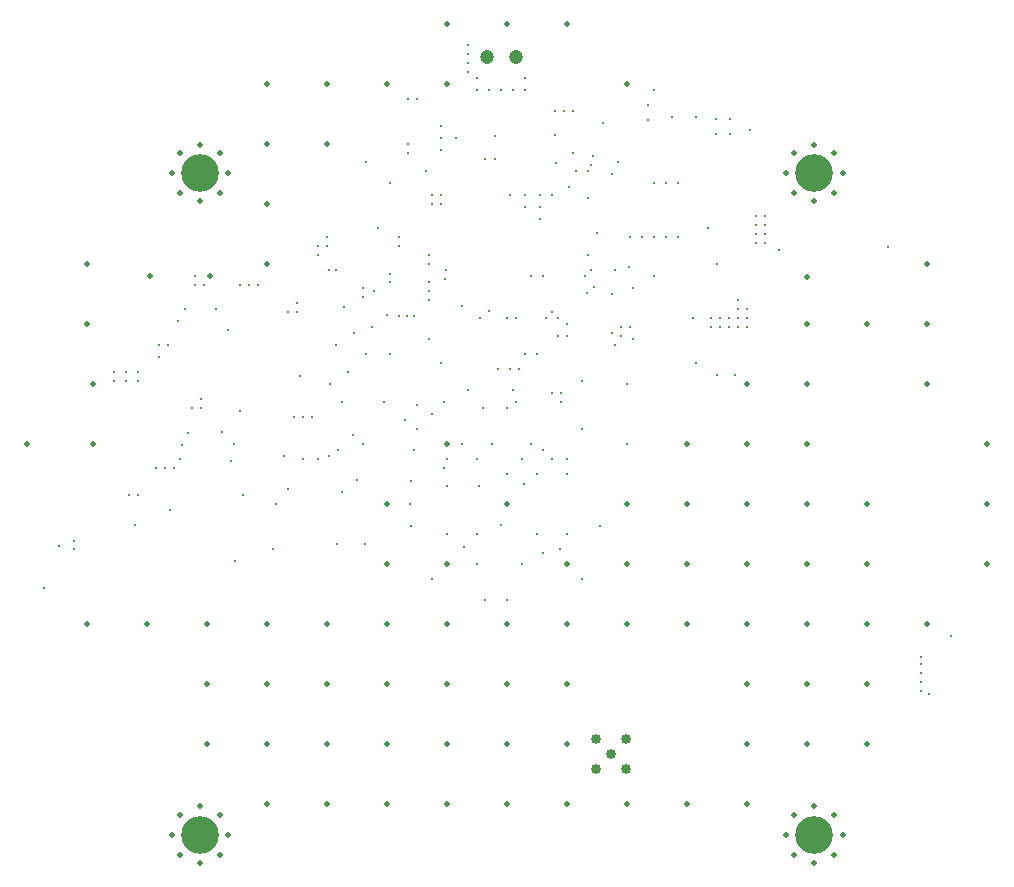
<source format=gbr>
%TF.GenerationSoftware,KiCad,Pcbnew,6.0.5-a6ca702e91~116~ubuntu20.04.1*%
%TF.CreationDate,2022-05-11T23:16:14+02:00*%
%TF.ProjectId,uHoubolt_PCB_GNSS,75486f75-626f-46c7-945f-5043425f474e,rev?*%
%TF.SameCoordinates,PX8f0d180PY5f5e100*%
%TF.FileFunction,Plated,1,4,PTH,Drill*%
%TF.FilePolarity,Positive*%
%FSLAX46Y46*%
G04 Gerber Fmt 4.6, Leading zero omitted, Abs format (unit mm)*
G04 Created by KiCad (PCBNEW 6.0.5-a6ca702e91~116~ubuntu20.04.1) date 2022-05-11 23:16:14*
%MOMM*%
%LPD*%
G01*
G04 APERTURE LIST*
%TA.AperFunction,ComponentDrill*%
%ADD10C,0.200000*%
%TD*%
%TA.AperFunction,ViaDrill*%
%ADD11C,0.300000*%
%TD*%
%TA.AperFunction,ViaDrill*%
%ADD12C,0.500000*%
%TD*%
%TA.AperFunction,ComponentDrill*%
%ADD13C,0.500000*%
%TD*%
%TA.AperFunction,ComponentDrill*%
%ADD14C,0.850000*%
%TD*%
%TA.AperFunction,ComponentDrill*%
%ADD15C,1.200000*%
%TD*%
%TA.AperFunction,ComponentDrill*%
%ADD16C,3.200000*%
%TD*%
G04 APERTURE END LIST*
D10*
%TO.C,U7*%
X17663000Y32567500D03*
X17663000Y31317500D03*
X18913000Y32567500D03*
X18913000Y31317500D03*
%TD*%
D11*
X-39243000Y-7112000D03*
X-37973000Y-3556000D03*
X-36703000Y-3160497D03*
X-36703000Y-3810000D03*
X-33274000Y11176000D03*
X-33274000Y10414000D03*
X-32258000Y11176000D03*
X-32258000Y10414000D03*
X-32004000Y762000D03*
X-31496000Y-1778000D03*
X-31242000Y11176000D03*
X-31242000Y10414000D03*
X-31242000Y762000D03*
X-29718000Y3048000D03*
X-29464000Y13418283D03*
X-29464000Y12402283D03*
X-28956000Y3048000D03*
X-28702000Y13418283D03*
X-28500000Y-500000D03*
X-28194000Y3048000D03*
X-27843000Y15450283D03*
X-27686000Y3810000D03*
X-27503316Y4984773D03*
X-27268944Y16532339D03*
X-26980204Y6015885D03*
X-26670000Y8128000D03*
X-26416000Y19304000D03*
X-26416000Y18542000D03*
X-25908000Y8890000D03*
X-25908000Y8128000D03*
X-25654000Y18542000D03*
X-24638000Y16510000D03*
X-24137556Y6103556D03*
X-23622000Y14732000D03*
X-23400000Y3600000D03*
X-23114000Y5080000D03*
X-23000000Y-4800000D03*
X-22606000Y18542000D03*
X-22606000Y7874000D03*
X-22349502Y762000D03*
X-21844000Y18542000D03*
X-21082000Y18542000D03*
X-19800000Y-3810000D03*
X-19600000Y0D03*
X-18898431Y4064000D03*
X-18542000Y16256000D03*
X-18542000Y1270000D03*
X-18034000Y7366000D03*
X-17780000Y17018000D03*
X-17780000Y16256000D03*
X-17526000Y10795000D03*
X-17272000Y7366000D03*
X-17272000Y3810000D03*
X-16510000Y7366000D03*
X-16002000Y21844000D03*
X-16002000Y21082000D03*
X-16002000Y3810000D03*
X-15240000Y22606000D03*
X-15240000Y21844000D03*
X-15106500Y4038498D03*
X-15085534Y19809934D03*
X-14986000Y10160000D03*
X-14478000Y19812000D03*
X-14478000Y13462000D03*
X-14400000Y-3400000D03*
X-14345556Y4573056D03*
X-13970000Y8636000D03*
X-13970000Y1016000D03*
X-13843000Y16637000D03*
X-13462000Y11176000D03*
X-13081000Y5842000D03*
X-12954000Y14478000D03*
X-12700000Y2032000D03*
X-12192000Y18288000D03*
X-12192000Y17526000D03*
X-12192000Y5080000D03*
X-12000000Y-3400000D03*
X-11938000Y28956000D03*
X-11938000Y12700000D03*
X-11430000Y14986000D03*
X-11311500Y18034000D03*
X-10909555Y23342097D03*
X-10414000Y8636000D03*
X-10160000Y16002000D03*
X-9906000Y27178000D03*
X-9906000Y19445503D03*
X-9906000Y18796000D03*
X-9906000Y12700000D03*
X-9144000Y22606000D03*
X-9144000Y21844000D03*
X-9144000Y15875000D03*
X-8636000Y7112000D03*
X-8509000Y15875000D03*
X-8382000Y34290000D03*
X-8382000Y30480000D03*
X-8382000Y29718000D03*
X-8200000Y0D03*
X-8150000Y-1900000D03*
X-8128000Y1900000D03*
X-7874000Y15875000D03*
X-7874000Y4572000D03*
X-7620000Y34290000D03*
X-7620000Y8382000D03*
X-7620000Y6350000D03*
X-6858000Y28194000D03*
X-6604000Y21082000D03*
X-6604000Y20320000D03*
X-6604000Y18796000D03*
X-6604000Y18034000D03*
X-6604000Y17272000D03*
X-6604000Y13970000D03*
X-6350000Y26162000D03*
X-6350000Y25400000D03*
X-6350000Y7620000D03*
X-6350000Y-6350000D03*
X-5588000Y32004000D03*
X-5588000Y30988000D03*
X-5588000Y29972000D03*
X-5588000Y26162000D03*
X-5588000Y25400000D03*
X-5588000Y11938000D03*
X-5334000Y8636000D03*
X-5334000Y3048000D03*
X-5246980Y19050000D03*
X-5207000Y19812000D03*
X-5080000Y3810000D03*
X-5080000Y1524000D03*
X-5080000Y-2540000D03*
X-4318000Y30988000D03*
X-3810000Y16764000D03*
X-3810000Y5080000D03*
X-3683000Y-3683000D03*
X-3302000Y38862000D03*
X-3302000Y38100000D03*
X-3302000Y37338000D03*
X-3302000Y36576000D03*
X-3302000Y9652000D03*
X-2540000Y36068000D03*
X-2540000Y35052000D03*
X-2540000Y3810000D03*
X-2540000Y-2540000D03*
X-2540000Y-5080000D03*
X-2413000Y1524000D03*
X-2286000Y15748000D03*
X-2032000Y8128000D03*
X-1905000Y29210000D03*
X-1900000Y-8150000D03*
X-1524000Y35052000D03*
X-1524000Y16332500D03*
X-1270000Y5080000D03*
X-1016000Y31115000D03*
X-1016000Y29210000D03*
X-734336Y11457664D03*
X-508000Y35052000D03*
X-508000Y-1778000D03*
X0Y15748000D03*
X0Y8128000D03*
X0Y2540000D03*
X0Y-8128000D03*
X254000Y26162000D03*
X254000Y11430000D03*
X508000Y35052000D03*
X508000Y9652000D03*
X762000Y15748000D03*
X762000Y8644500D03*
X1016000Y11430000D03*
X1270000Y3810000D03*
X1270000Y-5080000D03*
X1397000Y1651000D03*
X1524000Y36068000D03*
X1524000Y35052000D03*
X1524000Y26162000D03*
X1524000Y25146000D03*
X1555500Y12700000D03*
X2032000Y19304000D03*
X2032000Y5080000D03*
X2540000Y2540000D03*
X2540000Y-2540000D03*
X2555500Y12700000D03*
X2794000Y26162000D03*
X2794000Y25146000D03*
X2794000Y24130000D03*
X3048000Y19304000D03*
X3048000Y4572000D03*
X3048000Y-4191000D03*
X3302000Y15748000D03*
X3810000Y26162000D03*
X3810000Y16256000D03*
X3810000Y9398000D03*
X3810000Y3810000D03*
X4064000Y33274000D03*
X4064000Y31242000D03*
X4179542Y28829000D03*
X4318000Y15748000D03*
X4318000Y14224000D03*
X4445000Y-3810000D03*
X4572000Y9398000D03*
X4572000Y8636000D03*
X4826000Y33274000D03*
X5080000Y15240000D03*
X5080000Y14224000D03*
X5080000Y3810000D03*
X5080000Y2540000D03*
X5080000Y-2540000D03*
X5256790Y26846790D03*
X5588000Y33274000D03*
X5588000Y29718000D03*
X5842000Y28164500D03*
X6350000Y10414000D03*
X6350000Y6350000D03*
X6350000Y-6350000D03*
X6604000Y19331500D03*
X6806000Y17832000D03*
X6811867Y25931157D03*
X6858000Y28194000D03*
X6858000Y21082000D03*
X7099555Y19786097D03*
X7112000Y28702000D03*
X7308046Y29486562D03*
X7366000Y18331500D03*
X7620000Y22949000D03*
X7900000Y-1900000D03*
X8128000Y32258000D03*
X8890000Y27940000D03*
X8890000Y17780000D03*
X8890000Y14478000D03*
X9144000Y19812000D03*
X9144000Y13462000D03*
X9398000Y28956000D03*
X9652000Y14986000D03*
X9652000Y14224000D03*
X10160000Y10160000D03*
X10160000Y5080000D03*
X10287000Y20066000D03*
X10414000Y22606000D03*
X10414000Y14986000D03*
X10668000Y18288000D03*
X10668000Y13970000D03*
X11430000Y22606000D03*
X11938000Y33782000D03*
X11938000Y32512000D03*
X12446000Y35052000D03*
X12446000Y27178000D03*
X12446000Y22606000D03*
X12446000Y19304000D03*
X13462000Y27178000D03*
X13462000Y22606000D03*
X13970000Y32728500D03*
X14478000Y27178000D03*
X14478000Y22606000D03*
X15748000Y15748000D03*
X16002000Y32728500D03*
X16002000Y11938000D03*
X17018000Y23368000D03*
X17272000Y15748000D03*
X17272000Y14986000D03*
X17780000Y20320000D03*
X17780000Y10922000D03*
X18034000Y15748000D03*
X18034000Y14986000D03*
X18796000Y15748000D03*
X18796000Y14986000D03*
X19304000Y10922000D03*
X19558000Y17272000D03*
X19558000Y16510000D03*
X19558000Y15748000D03*
X19558000Y14986000D03*
X20320000Y16510000D03*
X20320000Y15748000D03*
X20320000Y14986000D03*
X20567446Y31644002D03*
X21082000Y24384000D03*
X21082000Y23622000D03*
X21082000Y22860000D03*
X21082000Y22098000D03*
X21844000Y24384000D03*
X21844000Y23622000D03*
X21844000Y22860000D03*
X21844000Y22098000D03*
X22987000Y21463000D03*
X32258000Y21710250D03*
X35052000Y-12954000D03*
X35052000Y-13589000D03*
X35052000Y-14351000D03*
X35052000Y-15113000D03*
X35052000Y-15875000D03*
X35687000Y-16129000D03*
X37592000Y-11176000D03*
D12*
X-40640000Y5080000D03*
X-35560000Y20320000D03*
X-35560000Y15240000D03*
X-35560000Y-10160000D03*
X-35052000Y10160000D03*
X-35052000Y5080000D03*
X-30480000Y-10160000D03*
X-30226000Y19260283D03*
X-25400000Y-10160000D03*
X-25400000Y-15240000D03*
X-25400000Y-20320000D03*
X-25146000Y19260283D03*
X-20320000Y35560000D03*
X-20320000Y30480000D03*
X-20320000Y25400000D03*
X-20320000Y20320000D03*
X-20320000Y-10160000D03*
X-20320000Y-15240000D03*
X-20320000Y-20320000D03*
X-20320000Y-25400000D03*
X-15240000Y35560000D03*
X-15240000Y30480000D03*
X-15240000Y-10160000D03*
X-15240000Y-15240000D03*
X-15240000Y-20320000D03*
X-15240000Y-25400000D03*
X-10160000Y35560000D03*
X-10160000Y0D03*
X-10160000Y-5080000D03*
X-10160000Y-10160000D03*
X-10160000Y-15240000D03*
X-10160000Y-20320000D03*
X-10160000Y-25400000D03*
X-5080000Y40640000D03*
X-5080000Y35560000D03*
X-5080000Y5080000D03*
X-5080000Y-5080000D03*
X-5080000Y-10160000D03*
X-5080000Y-15240000D03*
X-5080000Y-20320000D03*
X-5080000Y-25400000D03*
X0Y40640000D03*
X0Y0D03*
X0Y-10160000D03*
X0Y-15240000D03*
X0Y-20320000D03*
X0Y-25400000D03*
X5080000Y40640000D03*
X5080000Y-5080000D03*
X5080000Y-10160000D03*
X5080000Y-15240000D03*
X5080000Y-20320000D03*
X5080000Y-25400000D03*
X10160000Y35560000D03*
X10160000Y0D03*
X10160000Y-5080000D03*
X10160000Y-10160000D03*
X10160000Y-25400000D03*
X15240000Y5080000D03*
X15240000Y0D03*
X15240000Y-5080000D03*
X15240000Y-10160000D03*
X15240000Y-25400000D03*
X20320000Y10160000D03*
X20320000Y5080000D03*
X20320000Y0D03*
X20320000Y-5080000D03*
X20320000Y-10160000D03*
X20320000Y-15240000D03*
X20320000Y-20320000D03*
X20320000Y-25400000D03*
X25400000Y19170250D03*
X25400000Y15240000D03*
X25400000Y10160000D03*
X25400000Y5080000D03*
X25400000Y0D03*
X25400000Y-5080000D03*
X25400000Y-10160000D03*
X25400000Y-15240000D03*
X25400000Y-20320000D03*
X30480000Y15240000D03*
X30480000Y0D03*
X30480000Y-5080000D03*
X30480000Y-10160000D03*
X30480000Y-15240000D03*
X30480000Y-20320000D03*
X35560000Y20320000D03*
X35560000Y15240000D03*
X35560000Y10160000D03*
X35560000Y-10160000D03*
X40640000Y5080000D03*
X40640000Y0D03*
X40640000Y-5080000D03*
D13*
%TO.C,H2*%
X-28400000Y28000000D03*
%TO.C,H3*%
X-28400000Y-28000000D03*
%TO.C,H2*%
X-27697056Y29697056D03*
X-27697056Y26302944D03*
%TO.C,H3*%
X-27697056Y-26302944D03*
X-27697056Y-29697056D03*
%TO.C,H2*%
X-26000000Y30400000D03*
X-26000000Y25600000D03*
%TO.C,H3*%
X-26000000Y-25600000D03*
X-26000000Y-30400000D03*
%TO.C,H2*%
X-24302944Y29697056D03*
X-24302944Y26302944D03*
%TO.C,H3*%
X-24302944Y-26302944D03*
X-24302944Y-29697056D03*
%TO.C,H2*%
X-23600000Y28000000D03*
%TO.C,H3*%
X-23600000Y-28000000D03*
%TO.C,H1*%
X23600000Y28000000D03*
%TO.C,H4*%
X23600000Y-28000000D03*
%TO.C,H1*%
X24302944Y29697056D03*
X24302944Y26302944D03*
%TO.C,H4*%
X24302944Y-26302944D03*
X24302944Y-29697056D03*
%TO.C,H1*%
X26000000Y30400000D03*
X26000000Y25600000D03*
%TO.C,H4*%
X26000000Y-25600000D03*
X26000000Y-30400000D03*
%TO.C,H1*%
X27697056Y29697056D03*
X27697056Y26302944D03*
%TO.C,H4*%
X27697056Y-26302944D03*
X27697056Y-29697056D03*
%TO.C,H1*%
X28400000Y28000000D03*
%TO.C,H4*%
X28400000Y-28000000D03*
D14*
%TO.C,J12*%
X7530000Y-19930000D03*
X7530000Y-22470000D03*
X8800000Y-21200000D03*
X10070000Y-19930000D03*
X10070000Y-22470000D03*
D15*
%TO.C,J1*%
X-1738000Y37846000D03*
X762000Y37846000D03*
D16*
%TO.C,H2*%
X-26000000Y28000000D03*
%TO.C,H3*%
X-26000000Y-28000000D03*
%TO.C,H1*%
X26000000Y28000000D03*
%TO.C,H4*%
X26000000Y-28000000D03*
M02*

</source>
